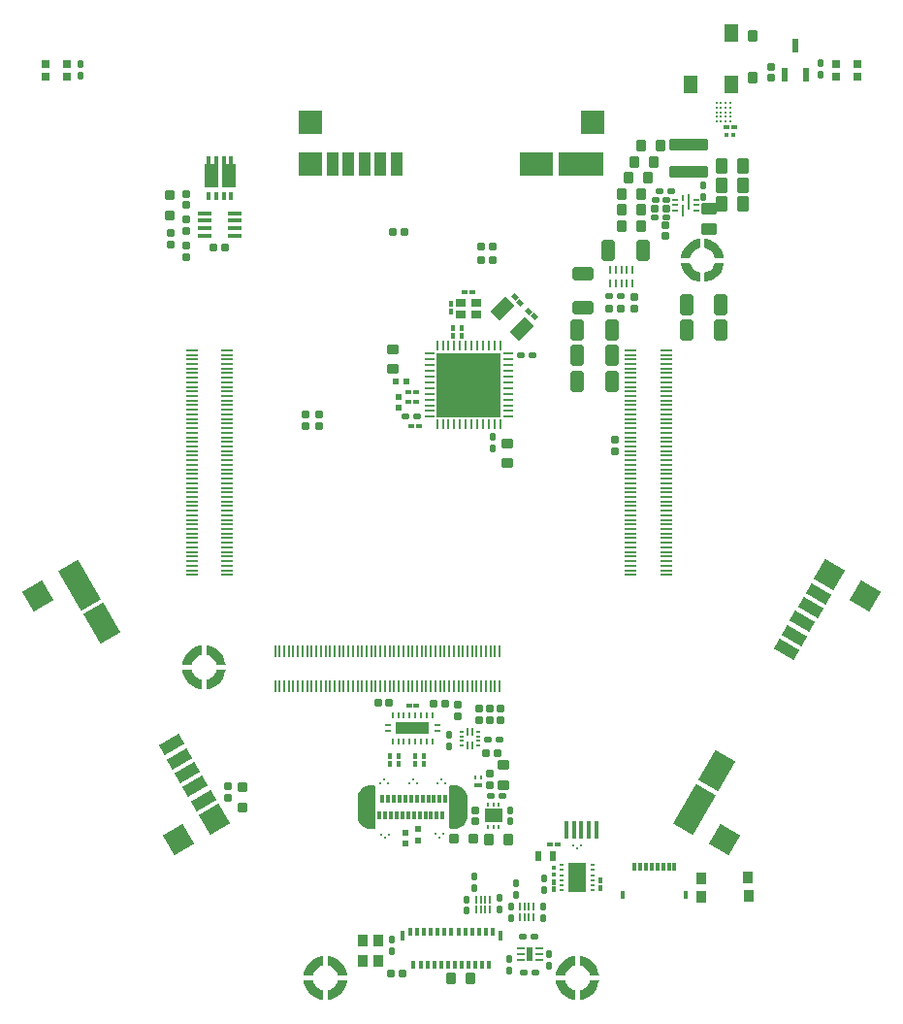
<source format=gtp>
G04*
G04 #@! TF.GenerationSoftware,Altium Limited,Altium Designer,21.2.2 (38)*
G04*
G04 Layer_Color=8421504*
%FSLAX25Y25*%
%MOIN*%
G70*
G04*
G04 #@! TF.SameCoordinates,0FD90602-BBB3-4F14-90EE-D32430874176*
G04*
G04*
G04 #@! TF.FilePolarity,Positive*
G04*
G01*
G75*
G04:AMPARAMS|DCode=27|XSize=23.62mil|YSize=23.62mil|CornerRadius=2.36mil|HoleSize=0mil|Usage=FLASHONLY|Rotation=270.000|XOffset=0mil|YOffset=0mil|HoleType=Round|Shape=RoundedRectangle|*
%AMROUNDEDRECTD27*
21,1,0.02362,0.01890,0,0,270.0*
21,1,0.01890,0.02362,0,0,270.0*
1,1,0.00472,-0.00945,-0.00945*
1,1,0.00472,-0.00945,0.00945*
1,1,0.00472,0.00945,0.00945*
1,1,0.00472,0.00945,-0.00945*
%
%ADD27ROUNDEDRECTD27*%
%ADD28R,0.04331X0.00787*%
%ADD29R,0.00787X0.04331*%
%ADD30R,0.01181X0.02953*%
%ADD31R,0.00984X0.01575*%
%ADD32R,0.02756X0.01575*%
G04:AMPARAMS|DCode=33|XSize=55.12mil|YSize=39.37mil|CornerRadius=4.92mil|HoleSize=0mil|Usage=FLASHONLY|Rotation=90.000|XOffset=0mil|YOffset=0mil|HoleType=Round|Shape=RoundedRectangle|*
%AMROUNDEDRECTD33*
21,1,0.05512,0.02953,0,0,90.0*
21,1,0.04528,0.03937,0,0,90.0*
1,1,0.00984,0.01476,0.02264*
1,1,0.00984,0.01476,-0.02264*
1,1,0.00984,-0.01476,-0.02264*
1,1,0.00984,-0.01476,0.02264*
%
%ADD33ROUNDEDRECTD33*%
%ADD34R,0.01575X0.01378*%
%ADD35R,0.01890X0.01654*%
%ADD36C,0.00906*%
G04:AMPARAMS|DCode=37|XSize=39.37mil|YSize=35.43mil|CornerRadius=4.43mil|HoleSize=0mil|Usage=FLASHONLY|Rotation=270.000|XOffset=0mil|YOffset=0mil|HoleType=Round|Shape=RoundedRectangle|*
%AMROUNDEDRECTD37*
21,1,0.03937,0.02657,0,0,270.0*
21,1,0.03051,0.03543,0,0,270.0*
1,1,0.00886,-0.01329,-0.01526*
1,1,0.00886,-0.01329,0.01526*
1,1,0.00886,0.01329,0.01526*
1,1,0.00886,0.01329,-0.01526*
%
%ADD37ROUNDEDRECTD37*%
G04:AMPARAMS|DCode=38|XSize=19.68mil|YSize=23.62mil|CornerRadius=1.97mil|HoleSize=0mil|Usage=FLASHONLY|Rotation=90.000|XOffset=0mil|YOffset=0mil|HoleType=Round|Shape=RoundedRectangle|*
%AMROUNDEDRECTD38*
21,1,0.01968,0.01968,0,0,90.0*
21,1,0.01575,0.02362,0,0,90.0*
1,1,0.00394,0.00984,0.00787*
1,1,0.00394,0.00984,-0.00787*
1,1,0.00394,-0.00984,-0.00787*
1,1,0.00394,-0.00984,0.00787*
%
%ADD38ROUNDEDRECTD38*%
G04:AMPARAMS|DCode=39|XSize=39.37mil|YSize=133.86mil|CornerRadius=5.91mil|HoleSize=0mil|Usage=FLASHONLY|Rotation=90.000|XOffset=0mil|YOffset=0mil|HoleType=Round|Shape=RoundedRectangle|*
%AMROUNDEDRECTD39*
21,1,0.03937,0.12205,0,0,90.0*
21,1,0.02756,0.13386,0,0,90.0*
1,1,0.01181,0.06102,0.01378*
1,1,0.01181,0.06102,-0.01378*
1,1,0.01181,-0.06102,-0.01378*
1,1,0.01181,-0.06102,0.01378*
%
%ADD39ROUNDEDRECTD39*%
G04:AMPARAMS|DCode=40|XSize=21.65mil|YSize=9.84mil|CornerRadius=1.48mil|HoleSize=0mil|Usage=FLASHONLY|Rotation=0.000|XOffset=0mil|YOffset=0mil|HoleType=Round|Shape=RoundedRectangle|*
%AMROUNDEDRECTD40*
21,1,0.02165,0.00689,0,0,0.0*
21,1,0.01870,0.00984,0,0,0.0*
1,1,0.00295,0.00935,-0.00345*
1,1,0.00295,-0.00935,-0.00345*
1,1,0.00295,-0.00935,0.00345*
1,1,0.00295,0.00935,0.00345*
%
%ADD40ROUNDEDRECTD40*%
G04:AMPARAMS|DCode=41|XSize=9.84mil|YSize=21.65mil|CornerRadius=1.48mil|HoleSize=0mil|Usage=FLASHONLY|Rotation=0.000|XOffset=0mil|YOffset=0mil|HoleType=Round|Shape=RoundedRectangle|*
%AMROUNDEDRECTD41*
21,1,0.00984,0.01870,0,0,0.0*
21,1,0.00689,0.02165,0,0,0.0*
1,1,0.00295,0.00345,-0.00935*
1,1,0.00295,-0.00345,-0.00935*
1,1,0.00295,-0.00345,0.00935*
1,1,0.00295,0.00345,0.00935*
%
%ADD41ROUNDEDRECTD41*%
G04:AMPARAMS|DCode=42|XSize=9.84mil|YSize=51.18mil|CornerRadius=1.48mil|HoleSize=0mil|Usage=FLASHONLY|Rotation=0.000|XOffset=0mil|YOffset=0mil|HoleType=Round|Shape=RoundedRectangle|*
%AMROUNDEDRECTD42*
21,1,0.00984,0.04823,0,0,0.0*
21,1,0.00689,0.05118,0,0,0.0*
1,1,0.00295,0.00345,-0.02411*
1,1,0.00295,-0.00345,-0.02411*
1,1,0.00295,-0.00345,0.02411*
1,1,0.00295,0.00345,0.02411*
%
%ADD42ROUNDEDRECTD42*%
G04:AMPARAMS|DCode=43|XSize=9.84mil|YSize=39.37mil|CornerRadius=1.48mil|HoleSize=0mil|Usage=FLASHONLY|Rotation=0.000|XOffset=0mil|YOffset=0mil|HoleType=Round|Shape=RoundedRectangle|*
%AMROUNDEDRECTD43*
21,1,0.00984,0.03642,0,0,0.0*
21,1,0.00689,0.03937,0,0,0.0*
1,1,0.00295,0.00345,-0.01821*
1,1,0.00295,-0.00345,-0.01821*
1,1,0.00295,-0.00345,0.01821*
1,1,0.00295,0.00345,0.01821*
%
%ADD43ROUNDEDRECTD43*%
G04:AMPARAMS|DCode=44|XSize=19.68mil|YSize=23.62mil|CornerRadius=1.97mil|HoleSize=0mil|Usage=FLASHONLY|Rotation=180.000|XOffset=0mil|YOffset=0mil|HoleType=Round|Shape=RoundedRectangle|*
%AMROUNDEDRECTD44*
21,1,0.01968,0.01968,0,0,180.0*
21,1,0.01575,0.02362,0,0,180.0*
1,1,0.00394,-0.00787,0.00984*
1,1,0.00394,0.00787,0.00984*
1,1,0.00394,0.00787,-0.00984*
1,1,0.00394,-0.00787,-0.00984*
%
%ADD44ROUNDEDRECTD44*%
G04:AMPARAMS|DCode=45|XSize=23.62mil|YSize=23.62mil|CornerRadius=2.36mil|HoleSize=0mil|Usage=FLASHONLY|Rotation=180.000|XOffset=0mil|YOffset=0mil|HoleType=Round|Shape=RoundedRectangle|*
%AMROUNDEDRECTD45*
21,1,0.02362,0.01890,0,0,180.0*
21,1,0.01890,0.02362,0,0,180.0*
1,1,0.00472,-0.00945,0.00945*
1,1,0.00472,0.00945,0.00945*
1,1,0.00472,0.00945,-0.00945*
1,1,0.00472,-0.00945,-0.00945*
%
%ADD45ROUNDEDRECTD45*%
G04:AMPARAMS|DCode=46|XSize=7.87mil|YSize=27.56mil|CornerRadius=1.18mil|HoleSize=0mil|Usage=FLASHONLY|Rotation=180.000|XOffset=0mil|YOffset=0mil|HoleType=Round|Shape=RoundedRectangle|*
%AMROUNDEDRECTD46*
21,1,0.00787,0.02520,0,0,180.0*
21,1,0.00551,0.02756,0,0,180.0*
1,1,0.00236,-0.00276,0.01260*
1,1,0.00236,0.00276,0.01260*
1,1,0.00236,0.00276,-0.01260*
1,1,0.00236,-0.00276,-0.01260*
%
%ADD46ROUNDEDRECTD46*%
G04:AMPARAMS|DCode=47|XSize=31.5mil|YSize=31.5mil|CornerRadius=3.94mil|HoleSize=0mil|Usage=FLASHONLY|Rotation=270.000|XOffset=0mil|YOffset=0mil|HoleType=Round|Shape=RoundedRectangle|*
%AMROUNDEDRECTD47*
21,1,0.03150,0.02362,0,0,270.0*
21,1,0.02362,0.03150,0,0,270.0*
1,1,0.00787,-0.01181,-0.01181*
1,1,0.00787,-0.01181,0.01181*
1,1,0.00787,0.01181,0.01181*
1,1,0.00787,0.01181,-0.01181*
%
%ADD47ROUNDEDRECTD47*%
%ADD48R,0.02165X0.03543*%
%ADD49R,0.01575X0.00984*%
%ADD50R,0.06299X0.09843*%
%ADD51R,0.01654X0.01890*%
%ADD52R,0.01378X0.01575*%
%ADD53R,0.00787X0.00787*%
G04:AMPARAMS|DCode=54|XSize=39.37mil|YSize=78.74mil|CornerRadius=0mil|HoleSize=0mil|Usage=FLASHONLY|Rotation=240.000|XOffset=0mil|YOffset=0mil|HoleType=Round|Shape=Rectangle|*
%AMROTATEDRECTD54*
4,1,4,-0.02425,0.03673,0.04394,-0.00264,0.02425,-0.03673,-0.04394,0.00264,-0.02425,0.03673,0.0*
%
%ADD54ROTATEDRECTD54*%

%ADD55P,0.11136X4X285.0*%
G04:AMPARAMS|DCode=56|XSize=118.11mil|YSize=78.74mil|CornerRadius=0mil|HoleSize=0mil|Usage=FLASHONLY|Rotation=240.000|XOffset=0mil|YOffset=0mil|HoleType=Round|Shape=Rectangle|*
%AMROTATEDRECTD56*
4,1,4,-0.00457,0.07083,0.06362,0.03146,0.00457,-0.07083,-0.06362,-0.03146,-0.00457,0.07083,0.0*
%
%ADD56ROTATEDRECTD56*%

G04:AMPARAMS|DCode=57|XSize=157.48mil|YSize=78.74mil|CornerRadius=0mil|HoleSize=0mil|Usage=FLASHONLY|Rotation=240.000|XOffset=0mil|YOffset=0mil|HoleType=Round|Shape=Rectangle|*
%AMROTATEDRECTD57*
4,1,4,0.00528,0.08788,0.07347,0.04851,-0.00528,-0.08788,-0.07347,-0.04851,0.00528,0.08788,0.0*
%
%ADD57ROTATEDRECTD57*%

G04:AMPARAMS|DCode=58|XSize=43.31mil|YSize=74.8mil|CornerRadius=0mil|HoleSize=0mil|Usage=FLASHONLY|Rotation=315.000|XOffset=0mil|YOffset=0mil|HoleType=Round|Shape=Rectangle|*
%AMROTATEDRECTD58*
4,1,4,-0.04176,-0.01114,0.01114,0.04176,0.04176,0.01114,-0.01114,-0.04176,-0.04176,-0.01114,0.0*
%
%ADD58ROTATEDRECTD58*%

%ADD59R,0.01181X0.03150*%
%ADD60R,0.01575X0.03150*%
%ADD61R,0.01772X0.05906*%
G04:AMPARAMS|DCode=62|XSize=39.37mil|YSize=35.43mil|CornerRadius=0mil|HoleSize=0mil|Usage=FLASHONLY|Rotation=91.000|XOffset=0mil|YOffset=0mil|HoleType=Round|Shape=Rectangle|*
%AMROTATEDRECTD62*
4,1,4,0.01806,-0.01937,-0.01737,-0.01999,-0.01806,0.01937,0.01737,0.01999,0.01806,-0.01937,0.0*
%
%ADD62ROTATEDRECTD62*%

%ADD63R,0.02323X0.02441*%
%ADD64R,0.22047X0.22047*%
%ADD65O,0.03347X0.00984*%
%ADD66O,0.00984X0.03347*%
G04:AMPARAMS|DCode=67|XSize=39.37mil|YSize=35.43mil|CornerRadius=4.43mil|HoleSize=0mil|Usage=FLASHONLY|Rotation=180.000|XOffset=0mil|YOffset=0mil|HoleType=Round|Shape=RoundedRectangle|*
%AMROUNDEDRECTD67*
21,1,0.03937,0.02657,0,0,180.0*
21,1,0.03051,0.03543,0,0,180.0*
1,1,0.00886,-0.01526,0.01329*
1,1,0.00886,0.01526,0.01329*
1,1,0.00886,0.01526,-0.01329*
1,1,0.00886,-0.01526,-0.01329*
%
%ADD67ROUNDEDRECTD67*%
%ADD68R,0.03347X0.02953*%
G04:AMPARAMS|DCode=69|XSize=16.54mil|YSize=18.9mil|CornerRadius=0mil|HoleSize=0mil|Usage=FLASHONLY|Rotation=45.000|XOffset=0mil|YOffset=0mil|HoleType=Round|Shape=Rectangle|*
%AMROTATEDRECTD69*
4,1,4,0.00084,-0.01253,-0.01253,0.00084,-0.00084,0.01253,0.01253,-0.00084,0.00084,-0.01253,0.0*
%
%ADD69ROTATEDRECTD69*%

%ADD70R,0.02441X0.02323*%
G04:AMPARAMS|DCode=71|XSize=70.87mil|YSize=45.28mil|CornerRadius=5.66mil|HoleSize=0mil|Usage=FLASHONLY|Rotation=270.000|XOffset=0mil|YOffset=0mil|HoleType=Round|Shape=RoundedRectangle|*
%AMROUNDEDRECTD71*
21,1,0.07087,0.03396,0,0,270.0*
21,1,0.05955,0.04528,0,0,270.0*
1,1,0.01132,-0.01698,-0.02977*
1,1,0.01132,-0.01698,0.02977*
1,1,0.01132,0.01698,0.02977*
1,1,0.01132,0.01698,-0.02977*
%
%ADD71ROUNDEDRECTD71*%
%ADD72R,0.01181X0.02559*%
%ADD73R,0.01575X0.03740*%
%ADD74R,0.03543X0.04331*%
%ADD75R,0.01968X0.04961*%
%ADD76R,0.02756X0.00984*%
G04:AMPARAMS|DCode=77|XSize=55.12mil|YSize=39.37mil|CornerRadius=4.92mil|HoleSize=0mil|Usage=FLASHONLY|Rotation=0.000|XOffset=0mil|YOffset=0mil|HoleType=Round|Shape=RoundedRectangle|*
%AMROUNDEDRECTD77*
21,1,0.05512,0.02953,0,0,0.0*
21,1,0.04528,0.03937,0,0,0.0*
1,1,0.00984,0.02264,-0.01476*
1,1,0.00984,-0.02264,-0.01476*
1,1,0.00984,-0.02264,0.01476*
1,1,0.00984,0.02264,0.01476*
%
%ADD77ROUNDEDRECTD77*%
%ADD78R,0.02756X0.02756*%
%ADD79R,0.05118X0.05906*%
G04:AMPARAMS|DCode=80|XSize=31.5mil|YSize=31.5mil|CornerRadius=3.94mil|HoleSize=0mil|Usage=FLASHONLY|Rotation=0.000|XOffset=0mil|YOffset=0mil|HoleType=Round|Shape=RoundedRectangle|*
%AMROUNDEDRECTD80*
21,1,0.03150,0.02362,0,0,0.0*
21,1,0.02362,0.03150,0,0,0.0*
1,1,0.00787,0.01181,-0.01181*
1,1,0.00787,-0.01181,-0.01181*
1,1,0.00787,-0.01181,0.01181*
1,1,0.00787,0.01181,0.01181*
%
%ADD80ROUNDEDRECTD80*%
%ADD81R,0.06299X0.04724*%
%ADD82R,0.00984X0.01378*%
%ADD83R,0.01181X0.02756*%
%ADD84R,0.04646X0.08228*%
%ADD85O,0.04803X0.01575*%
%ADD86R,0.04803X0.01575*%
%ADD87R,0.01968X0.02362*%
%ADD88R,0.11811X0.03937*%
%ADD89R,0.02362X0.00984*%
%ADD90R,0.00984X0.02362*%
%ADD91R,0.00866X0.02756*%
%ADD92R,0.01772X0.00866*%
G04:AMPARAMS|DCode=93|XSize=39.37mil|YSize=78.74mil|CornerRadius=0mil|HoleSize=0mil|Usage=FLASHONLY|Rotation=120.000|XOffset=0mil|YOffset=0mil|HoleType=Round|Shape=Rectangle|*
%AMROTATEDRECTD93*
4,1,4,0.04394,0.00264,-0.02425,-0.03673,-0.04394,-0.00264,0.02425,0.03673,0.04394,0.00264,0.0*
%
%ADD93ROTATEDRECTD93*%

%ADD94R,0.03937X0.07874*%
%ADD95R,0.07874X0.07874*%
%ADD96R,0.11811X0.07874*%
%ADD97R,0.15748X0.07874*%
%ADD98P,0.11136X4X165.0*%
G04:AMPARAMS|DCode=99|XSize=118.11mil|YSize=78.74mil|CornerRadius=0mil|HoleSize=0mil|Usage=FLASHONLY|Rotation=120.000|XOffset=0mil|YOffset=0mil|HoleType=Round|Shape=Rectangle|*
%AMROTATEDRECTD99*
4,1,4,0.06362,-0.03146,-0.00457,-0.07083,-0.06362,0.03146,0.00457,0.07083,0.06362,-0.03146,0.0*
%
%ADD99ROTATEDRECTD99*%

G04:AMPARAMS|DCode=100|XSize=157.48mil|YSize=78.74mil|CornerRadius=0mil|HoleSize=0mil|Usage=FLASHONLY|Rotation=120.000|XOffset=0mil|YOffset=0mil|HoleType=Round|Shape=Rectangle|*
%AMROTATEDRECTD100*
4,1,4,0.07347,-0.04851,0.00528,-0.08788,-0.07347,0.04851,-0.00528,0.08788,0.07347,-0.04851,0.0*
%
%ADD100ROTATEDRECTD100*%

%ADD101R,0.00984X0.02559*%
G04:AMPARAMS|DCode=102|XSize=70.87mil|YSize=45.28mil|CornerRadius=5.66mil|HoleSize=0mil|Usage=FLASHONLY|Rotation=0.000|XOffset=0mil|YOffset=0mil|HoleType=Round|Shape=RoundedRectangle|*
%AMROUNDEDRECTD102*
21,1,0.07087,0.03396,0,0,0.0*
21,1,0.05955,0.04528,0,0,0.0*
1,1,0.01132,0.02977,-0.01698*
1,1,0.01132,-0.02977,-0.01698*
1,1,0.01132,-0.02977,0.01698*
1,1,0.01132,0.02977,0.01698*
%
%ADD102ROUNDEDRECTD102*%
G04:AMPARAMS|DCode=103|XSize=31.5mil|YSize=39.37mil|CornerRadius=3.94mil|HoleSize=0mil|Usage=FLASHONLY|Rotation=0.000|XOffset=0mil|YOffset=0mil|HoleType=Round|Shape=RoundedRectangle|*
%AMROUNDEDRECTD103*
21,1,0.03150,0.03150,0,0,0.0*
21,1,0.02362,0.03937,0,0,0.0*
1,1,0.00787,0.01181,-0.01575*
1,1,0.00787,-0.01181,-0.01575*
1,1,0.00787,-0.01181,0.01575*
1,1,0.00787,0.01181,0.01575*
%
%ADD103ROUNDEDRECTD103*%
%ADD104R,0.02362X0.04724*%
%ADD107R,0.01181X0.02756*%
G36*
X266535Y258589D02*
X265905Y258423D01*
X264755Y257818D01*
X263836Y256899D01*
X263231Y255749D01*
X263065Y255119D01*
X263065D01*
Y255118D01*
X259884D01*
X259951Y255752D01*
X260298Y256979D01*
X260847Y258129D01*
X261583Y259170D01*
X262484Y260071D01*
X263525Y260807D01*
X264675Y261356D01*
X265902Y261702D01*
X266535Y261770D01*
X266535D01*
Y258589D01*
D02*
G37*
G36*
X268744Y261702D02*
X269971Y261356D01*
X271121Y260807D01*
X272162Y260071D01*
X273063Y259170D01*
X273799Y258129D01*
X274348Y256979D01*
X274694Y255752D01*
X274762Y255118D01*
X271581Y255118D01*
X271415Y255748D01*
X270810Y256898D01*
X269892Y257818D01*
X268741Y258423D01*
X268111Y258589D01*
X268110D01*
Y261770D01*
X268744Y261702D01*
D02*
G37*
G36*
X274762Y253543D02*
X274694Y252910D01*
X274348Y251683D01*
X273799Y250533D01*
X273063Y249492D01*
X272162Y248591D01*
X271121Y247855D01*
X269971Y247306D01*
X268744Y246959D01*
X268110Y246892D01*
Y246892D01*
X268110Y250072D01*
X268740Y250239D01*
X269890Y250843D01*
X270810Y251762D01*
X271415Y252912D01*
X271581Y253542D01*
Y253542D01*
Y253543D01*
X274762Y253543D01*
D02*
G37*
G36*
X263231Y252913D02*
X263835Y251763D01*
X264754Y250844D01*
X265904Y250239D01*
X266534Y250073D01*
X266534Y250073D01*
X266535D01*
X266535Y246892D01*
X265902Y246959D01*
X264675Y247306D01*
X263525Y247855D01*
X262484Y248591D01*
X261583Y249492D01*
X260847Y250533D01*
X260298Y251683D01*
X259951Y252910D01*
X259884Y253543D01*
X259884Y253543D01*
X263064D01*
X263231Y252913D01*
D02*
G37*
G36*
X95276Y118826D02*
X94646Y118659D01*
X93495Y118054D01*
X92576Y117136D01*
X91971Y115986D01*
X91805Y115356D01*
X91805D01*
Y115355D01*
X88624D01*
X88691Y115988D01*
X89038Y117215D01*
X89587Y118365D01*
X90323Y119406D01*
X91224Y120307D01*
X92265Y121043D01*
X93415Y121592D01*
X94642Y121939D01*
X95276Y122006D01*
X95276D01*
Y118826D01*
D02*
G37*
G36*
X97484Y121939D02*
X98711Y121592D01*
X99861Y121043D01*
X100902Y120307D01*
X101803Y119406D01*
X102539Y118365D01*
X103088Y117215D01*
X103435Y115988D01*
X103502Y115355D01*
X100322Y115355D01*
X100155Y115984D01*
X99550Y117135D01*
X98632Y118054D01*
X97482Y118659D01*
X96852Y118825D01*
X96850D01*
Y122006D01*
X97484Y121939D01*
D02*
G37*
G36*
X103502Y113780D02*
X103435Y113146D01*
X103088Y111919D01*
X102539Y110769D01*
X101803Y109728D01*
X100902Y108827D01*
X99861Y108091D01*
X98711Y107542D01*
X97484Y107195D01*
X96850Y107128D01*
Y107128D01*
X96850Y110309D01*
X97480Y110475D01*
X98631Y111080D01*
X99550Y111998D01*
X100155Y113148D01*
X100321Y113778D01*
Y113778D01*
Y113780D01*
X103502Y113780D01*
D02*
G37*
G36*
X91971Y113150D02*
X92576Y111999D01*
X93494Y111080D01*
X94644Y110475D01*
X95275Y110309D01*
X95275Y110309D01*
X95276D01*
X95276Y107128D01*
X94642Y107195D01*
X93415Y107542D01*
X92265Y108091D01*
X91224Y108827D01*
X90323Y109728D01*
X89587Y110769D01*
X89038Y111919D01*
X88691Y113146D01*
X88624Y113780D01*
X88624Y113780D01*
X91804D01*
X91971Y113150D01*
D02*
G37*
G36*
X154626Y73922D02*
X154704Y73921D01*
X154849Y73861D01*
X154960Y73751D01*
X155020Y73606D01*
X155020Y73528D01*
X155020Y59551D01*
X155020Y59551D01*
X155020Y59473D01*
X154960Y59328D01*
X154849Y59217D01*
X154704Y59157D01*
X154626Y59157D01*
X152855Y59158D01*
Y59158D01*
X152467Y59158D01*
X151706Y59309D01*
X150990Y59605D01*
X150345Y60036D01*
X149796Y60585D01*
X149365Y61230D01*
X149069Y61946D01*
X148917Y62707D01*
Y63095D01*
X148917Y69984D01*
X148917Y69984D01*
X148917Y70372D01*
X149068Y71132D01*
X149365Y71849D01*
X149796Y72494D01*
X150344Y73042D01*
X150989Y73473D01*
X151706Y73770D01*
X152466Y73921D01*
X152854Y73921D01*
X154626Y73922D01*
X154626Y73922D01*
D02*
G37*
G36*
X180807Y73921D02*
X182480Y73921D01*
X182480Y73921D01*
X182878Y73921D01*
X183657Y73766D01*
X184392Y73462D01*
X185053Y73021D01*
X185615Y72459D01*
X186057Y71798D01*
X186361Y71063D01*
X186516Y70283D01*
X186516Y69886D01*
X186516Y63094D01*
X186516Y63094D01*
X186516Y62707D01*
X186364Y61946D01*
X186067Y61230D01*
X185637Y60585D01*
X185089Y60037D01*
X184444Y59606D01*
X183728Y59309D01*
X182967Y59158D01*
X182579Y59157D01*
X180807Y59157D01*
X180807Y59157D01*
X180728Y59157D01*
X180584Y59217D01*
X180473Y59328D01*
X180413Y59473D01*
Y59551D01*
X180413Y73528D01*
X180413Y73606D01*
X180473Y73751D01*
X180584Y73861D01*
X180729Y73921D01*
X180807Y73921D01*
D02*
G37*
G36*
X223622Y12133D02*
X222992Y11966D01*
X221842Y11361D01*
X220923Y10443D01*
X220318Y9292D01*
X220151Y8663D01*
X220151D01*
Y8661D01*
X216971D01*
X217038Y9295D01*
X217385Y10522D01*
X217934Y11672D01*
X218670Y12713D01*
X219571Y13614D01*
X220612Y14350D01*
X221762Y14899D01*
X222988Y15246D01*
X223622Y15313D01*
X223622D01*
Y12133D01*
D02*
G37*
G36*
X137008D02*
X136378Y11966D01*
X135228Y11361D01*
X134309Y10443D01*
X133703Y9292D01*
X133537Y8663D01*
X133537D01*
Y8661D01*
X130357D01*
X130424Y9295D01*
X130770Y10522D01*
X131319Y11672D01*
X132055Y12713D01*
X132957Y13614D01*
X133997Y14350D01*
X135148Y14899D01*
X136374Y15246D01*
X137008Y15313D01*
X137008D01*
Y12133D01*
D02*
G37*
G36*
X225831Y15246D02*
X227057Y14899D01*
X228207Y14350D01*
X229248Y13614D01*
X230150Y12713D01*
X230885Y11672D01*
X231434Y10522D01*
X231781Y9295D01*
X231848Y8661D01*
X228668Y8661D01*
X228502Y9291D01*
X227897Y10442D01*
X226978Y11361D01*
X225828Y11966D01*
X225198Y12132D01*
X225197D01*
Y15313D01*
X225831Y15246D01*
D02*
G37*
G36*
X139216D02*
X140443Y14899D01*
X141593Y14350D01*
X142634Y13614D01*
X143535Y12713D01*
X144271Y11672D01*
X144820Y10522D01*
X145167Y9295D01*
X145234Y8661D01*
X142054Y8661D01*
X141887Y9291D01*
X141283Y10442D01*
X140364Y11361D01*
X139214Y11966D01*
X138584Y12132D01*
X138583D01*
Y15313D01*
X139216Y15246D01*
D02*
G37*
G36*
X231848Y7087D02*
X231781Y6453D01*
X231434Y5226D01*
X230885Y4076D01*
X230150Y3035D01*
X229248Y2134D01*
X228207Y1398D01*
X227057Y849D01*
X225831Y502D01*
X225197Y435D01*
Y435D01*
X225197Y3616D01*
X225827Y3782D01*
X226977Y4387D01*
X227896Y5305D01*
X228501Y6455D01*
X228668Y7085D01*
Y7085D01*
Y7087D01*
X231848Y7087D01*
D02*
G37*
G36*
X220317Y6457D02*
X220922Y5306D01*
X221841Y4387D01*
X222991Y3782D01*
X223621Y3616D01*
X223621Y3616D01*
X223622D01*
X223622Y435D01*
X222988Y502D01*
X221762Y849D01*
X220612Y1398D01*
X219571Y2134D01*
X218670Y3035D01*
X217934Y4076D01*
X217385Y5226D01*
X217038Y6453D01*
X216971Y7087D01*
X216971Y7087D01*
X220151D01*
X220317Y6457D01*
D02*
G37*
G36*
X145234Y7087D02*
X145167Y6453D01*
X144820Y5226D01*
X144271Y4076D01*
X143535Y3035D01*
X142634Y2134D01*
X141593Y1398D01*
X140443Y849D01*
X139216Y502D01*
X138583Y435D01*
Y435D01*
X138583Y3616D01*
X139213Y3782D01*
X140363Y4387D01*
X141282Y5305D01*
X141887Y6455D01*
X142054Y7085D01*
Y7085D01*
Y7087D01*
X145234Y7087D01*
D02*
G37*
G36*
X133703Y6457D02*
X134308Y5306D01*
X135227Y4387D01*
X136377Y3782D01*
X137007Y3616D01*
X137007Y3616D01*
X137008D01*
X137008Y435D01*
X136374Y502D01*
X135148Y849D01*
X133997Y1398D01*
X132957Y2134D01*
X132055Y3035D01*
X131319Y4076D01*
X130770Y5226D01*
X130424Y6453D01*
X130357Y7087D01*
X130357Y7087D01*
X133537D01*
X133703Y6457D01*
D02*
G37*
%LPC*%
G36*
X180413Y73528D02*
Y73528D01*
D01*
Y73528D01*
D02*
G37*
%LPD*%
D27*
X155807Y102362D02*
D03*
X159744D02*
D03*
X254921Y272146D02*
D03*
X250984D02*
D03*
X196949Y85039D02*
D03*
X193012D02*
D03*
X160433Y9252D02*
D03*
X164370D02*
D03*
X175099Y102067D02*
D03*
X179035D02*
D03*
X195374Y258957D02*
D03*
X191437D02*
D03*
X195374Y254527D02*
D03*
X191437D02*
D03*
X103150Y258661D02*
D03*
X99213D02*
D03*
X235433Y237795D02*
D03*
X239370D02*
D03*
X164961Y264173D02*
D03*
X161024D02*
D03*
D28*
X103976Y215591D02*
D03*
Y214016D02*
D03*
Y210866D02*
D03*
Y212441D02*
D03*
Y206142D02*
D03*
Y204567D02*
D03*
Y207717D02*
D03*
Y209291D02*
D03*
Y199843D02*
D03*
Y198268D02*
D03*
Y201417D02*
D03*
Y202992D02*
D03*
Y193543D02*
D03*
Y191969D02*
D03*
Y195118D02*
D03*
Y196693D02*
D03*
Y187244D02*
D03*
Y185669D02*
D03*
Y188819D02*
D03*
Y190394D02*
D03*
Y180945D02*
D03*
Y179370D02*
D03*
Y182520D02*
D03*
Y184095D02*
D03*
Y177795D02*
D03*
X91851Y176221D02*
D03*
Y182520D02*
D03*
Y180945D02*
D03*
Y177795D02*
D03*
Y179370D02*
D03*
Y188819D02*
D03*
Y187244D02*
D03*
Y184095D02*
D03*
Y185669D02*
D03*
Y195118D02*
D03*
Y193543D02*
D03*
Y190394D02*
D03*
Y191969D02*
D03*
Y201417D02*
D03*
Y199843D02*
D03*
Y196693D02*
D03*
Y198268D02*
D03*
Y209291D02*
D03*
Y207717D02*
D03*
Y202992D02*
D03*
Y206142D02*
D03*
Y212441D02*
D03*
Y210866D02*
D03*
Y214016D02*
D03*
Y215591D02*
D03*
Y174646D02*
D03*
Y173071D02*
D03*
Y169921D02*
D03*
Y171496D02*
D03*
Y165197D02*
D03*
Y163622D02*
D03*
Y166772D02*
D03*
Y168347D02*
D03*
Y158898D02*
D03*
Y157323D02*
D03*
Y160473D02*
D03*
Y162047D02*
D03*
Y204567D02*
D03*
Y154173D02*
D03*
Y155748D02*
D03*
X103976Y157323D02*
D03*
Y155748D02*
D03*
Y154173D02*
D03*
Y163622D02*
D03*
Y162047D02*
D03*
Y158898D02*
D03*
Y160473D02*
D03*
Y169921D02*
D03*
Y168347D02*
D03*
Y165197D02*
D03*
Y166772D02*
D03*
Y173071D02*
D03*
Y171496D02*
D03*
Y174646D02*
D03*
Y176221D02*
D03*
X91851Y217165D02*
D03*
X103976D02*
D03*
Y152599D02*
D03*
X91851Y152599D02*
D03*
X103976Y218740D02*
D03*
X91851D02*
D03*
Y151024D02*
D03*
X103976Y151024D02*
D03*
X91851Y220315D02*
D03*
X103976D02*
D03*
Y149449D02*
D03*
X91851Y149449D02*
D03*
X103976Y223465D02*
D03*
X91851D02*
D03*
Y221890D02*
D03*
X103976D02*
D03*
X91851Y146299D02*
D03*
X103976Y146299D02*
D03*
Y147874D02*
D03*
X91851Y147874D02*
D03*
X254803Y215591D02*
D03*
Y214016D02*
D03*
Y210866D02*
D03*
Y212441D02*
D03*
Y206142D02*
D03*
Y204567D02*
D03*
Y207717D02*
D03*
Y209291D02*
D03*
Y199843D02*
D03*
Y198268D02*
D03*
Y201417D02*
D03*
Y202992D02*
D03*
Y193543D02*
D03*
Y191969D02*
D03*
Y195118D02*
D03*
Y196693D02*
D03*
Y187244D02*
D03*
Y185669D02*
D03*
Y188819D02*
D03*
Y190394D02*
D03*
Y180945D02*
D03*
Y179370D02*
D03*
Y182520D02*
D03*
Y184095D02*
D03*
Y177795D02*
D03*
X242677Y176221D02*
D03*
Y182520D02*
D03*
Y180945D02*
D03*
Y177795D02*
D03*
Y179370D02*
D03*
Y188819D02*
D03*
Y187244D02*
D03*
Y184095D02*
D03*
Y185669D02*
D03*
Y195118D02*
D03*
Y193543D02*
D03*
Y190394D02*
D03*
Y191969D02*
D03*
Y201417D02*
D03*
Y199843D02*
D03*
Y196693D02*
D03*
Y198268D02*
D03*
Y209291D02*
D03*
Y207717D02*
D03*
Y202992D02*
D03*
Y206142D02*
D03*
Y212441D02*
D03*
Y210866D02*
D03*
Y214016D02*
D03*
Y215591D02*
D03*
Y174646D02*
D03*
Y173071D02*
D03*
Y169921D02*
D03*
Y171496D02*
D03*
Y165197D02*
D03*
Y163622D02*
D03*
Y166772D02*
D03*
Y168347D02*
D03*
Y158898D02*
D03*
Y157323D02*
D03*
Y160473D02*
D03*
Y162047D02*
D03*
Y204567D02*
D03*
Y154173D02*
D03*
Y155748D02*
D03*
X254803Y157323D02*
D03*
Y155748D02*
D03*
Y154173D02*
D03*
Y163622D02*
D03*
Y162047D02*
D03*
Y158898D02*
D03*
Y160473D02*
D03*
Y169921D02*
D03*
Y168347D02*
D03*
Y165197D02*
D03*
Y166772D02*
D03*
Y173071D02*
D03*
Y171496D02*
D03*
Y174646D02*
D03*
Y176221D02*
D03*
X242677Y217165D02*
D03*
X254803D02*
D03*
Y152599D02*
D03*
X242677Y152599D02*
D03*
X254803Y218740D02*
D03*
X242677D02*
D03*
Y151024D02*
D03*
X254803Y151024D02*
D03*
X242677Y220315D02*
D03*
X254803D02*
D03*
Y149449D02*
D03*
X242677Y149449D02*
D03*
X254803Y223465D02*
D03*
X242677D02*
D03*
Y221890D02*
D03*
X254803D02*
D03*
X242677Y146299D02*
D03*
X254803Y146299D02*
D03*
Y147874D02*
D03*
X242677Y147874D02*
D03*
D29*
X189764Y108071D02*
D03*
X188189D02*
D03*
X185039D02*
D03*
X186614D02*
D03*
X180315D02*
D03*
X178740D02*
D03*
X181890D02*
D03*
X183465D02*
D03*
X174016D02*
D03*
X172441D02*
D03*
X175591D02*
D03*
X177165D02*
D03*
X167717D02*
D03*
X166142D02*
D03*
X169291D02*
D03*
X170866D02*
D03*
X161417D02*
D03*
X159843D02*
D03*
X162992D02*
D03*
X164567D02*
D03*
X155118D02*
D03*
X153543D02*
D03*
X156693D02*
D03*
X158268D02*
D03*
X151969D02*
D03*
X150394Y120197D02*
D03*
X156693D02*
D03*
X155118D02*
D03*
X151969D02*
D03*
X153543D02*
D03*
X162992D02*
D03*
X161417D02*
D03*
X158268D02*
D03*
X159843D02*
D03*
X169291D02*
D03*
X167717D02*
D03*
X164567D02*
D03*
X166142D02*
D03*
X175591D02*
D03*
X174016D02*
D03*
X170866D02*
D03*
X172441D02*
D03*
X183465D02*
D03*
X181890D02*
D03*
X177165D02*
D03*
X180315D02*
D03*
X186614D02*
D03*
X185039D02*
D03*
X188189D02*
D03*
X189764D02*
D03*
X148819D02*
D03*
X147244D02*
D03*
X144095D02*
D03*
X145669D02*
D03*
X139370D02*
D03*
X137795D02*
D03*
X140945D02*
D03*
X142520D02*
D03*
X133071D02*
D03*
X131496D02*
D03*
X134646D02*
D03*
X136221D02*
D03*
X178740D02*
D03*
X128347D02*
D03*
X129921D02*
D03*
X131496Y108071D02*
D03*
X129921D02*
D03*
X128347D02*
D03*
X137795D02*
D03*
X136221D02*
D03*
X133071D02*
D03*
X134646D02*
D03*
X144095D02*
D03*
X142520D02*
D03*
X139370D02*
D03*
X140945D02*
D03*
X147244D02*
D03*
X145669D02*
D03*
X148819D02*
D03*
X150394D02*
D03*
X191339Y120197D02*
D03*
Y108071D02*
D03*
X126772D02*
D03*
X126772Y120197D02*
D03*
X192913Y108071D02*
D03*
Y120197D02*
D03*
X125197D02*
D03*
X125197Y108071D02*
D03*
X194488Y120197D02*
D03*
Y108071D02*
D03*
X123622D02*
D03*
X123622Y120197D02*
D03*
X197638Y108071D02*
D03*
Y120197D02*
D03*
X196063D02*
D03*
Y108071D02*
D03*
X120473Y120197D02*
D03*
X120473Y108071D02*
D03*
X122047D02*
D03*
X122047Y120197D02*
D03*
D30*
X157382Y69512D02*
D03*
X159350D02*
D03*
X161319D02*
D03*
X163287D02*
D03*
X165256D02*
D03*
X167225D02*
D03*
X169193D02*
D03*
X171161D02*
D03*
X173130D02*
D03*
X175099D02*
D03*
X177067D02*
D03*
X179035D02*
D03*
X178051Y63567D02*
D03*
X176083D02*
D03*
X174114D02*
D03*
X172146D02*
D03*
X170177D02*
D03*
X168209D02*
D03*
X166240D02*
D03*
X164272D02*
D03*
X162303D02*
D03*
X160335D02*
D03*
X158366D02*
D03*
X156398D02*
D03*
D31*
X191142Y76870D02*
D03*
X189370D02*
D03*
D32*
X190256Y74114D02*
D03*
D33*
X281201Y273622D02*
D03*
X274114D02*
D03*
X274114Y286614D02*
D03*
X281201D02*
D03*
X274114Y280118D02*
D03*
X281201D02*
D03*
D34*
X275689Y297539D02*
D03*
X278051D02*
D03*
D35*
X275689Y299902D02*
D03*
X278288D02*
D03*
X214941Y53740D02*
D03*
X217539D02*
D03*
X188307Y243504D02*
D03*
X185709D02*
D03*
X169016Y205807D02*
D03*
X166417D02*
D03*
X167225Y197353D02*
D03*
X169823D02*
D03*
X166417Y208957D02*
D03*
X169016D02*
D03*
X166516Y101378D02*
D03*
X169114D02*
D03*
D36*
X272146Y308366D02*
D03*
X273721D02*
D03*
X275295D02*
D03*
X276870D02*
D03*
X272146Y306791D02*
D03*
X273721D02*
D03*
X275295D02*
D03*
X276870D02*
D03*
X272146Y305217D02*
D03*
X273721D02*
D03*
X275295D02*
D03*
X276870D02*
D03*
X272146Y303642D02*
D03*
X273721D02*
D03*
X275295D02*
D03*
X276870D02*
D03*
X272146Y302067D02*
D03*
X273721D02*
D03*
X275295D02*
D03*
X276870D02*
D03*
D37*
X246260Y293701D02*
D03*
X252953D02*
D03*
X246260Y266142D02*
D03*
X239567D02*
D03*
X181004Y7579D02*
D03*
X187697D02*
D03*
X239567Y271654D02*
D03*
X246260D02*
D03*
X239567Y277165D02*
D03*
X246260D02*
D03*
X241929Y282677D02*
D03*
X248622D02*
D03*
X243898Y288189D02*
D03*
X250591D02*
D03*
X194095Y55315D02*
D03*
X200787D02*
D03*
D38*
X255118Y275197D02*
D03*
X251181D02*
D03*
X250984Y269193D02*
D03*
X254921D02*
D03*
X256496Y278150D02*
D03*
X252559D02*
D03*
X209055Y221654D02*
D03*
X205118D02*
D03*
X169291Y200787D02*
D03*
X165354D02*
D03*
X209842Y9843D02*
D03*
X205906D02*
D03*
X209646Y22047D02*
D03*
X205709D02*
D03*
X194685Y70374D02*
D03*
X198622D02*
D03*
X197638Y89567D02*
D03*
X193701D02*
D03*
X239370Y242126D02*
D03*
X235433D02*
D03*
D39*
X262598Y284631D02*
D03*
Y293962D02*
D03*
D40*
X257973Y271260D02*
D03*
Y273228D02*
D03*
Y275197D02*
D03*
X265256Y271260D02*
D03*
Y273228D02*
D03*
Y275197D02*
D03*
D41*
X260630Y275886D02*
D03*
D42*
X262598Y274409D02*
D03*
D43*
X260630Y271457D02*
D03*
D44*
X267461Y279943D02*
D03*
Y276006D02*
D03*
X213091Y38189D02*
D03*
Y42126D02*
D03*
X188878Y38780D02*
D03*
Y42717D02*
D03*
X186319Y30906D02*
D03*
Y34843D02*
D03*
X197638Y35236D02*
D03*
Y31299D02*
D03*
X195276Y189764D02*
D03*
Y193701D02*
D03*
X200984Y10531D02*
D03*
Y14469D02*
D03*
X160630Y17028D02*
D03*
Y20965D02*
D03*
X212598Y28543D02*
D03*
Y32480D02*
D03*
X203445Y40453D02*
D03*
Y36516D02*
D03*
X201476Y32382D02*
D03*
Y28445D02*
D03*
X214567Y12205D02*
D03*
Y16142D02*
D03*
X201181Y61614D02*
D03*
Y65551D02*
D03*
X307854Y321949D02*
D03*
Y318012D02*
D03*
X53543Y321654D02*
D03*
Y317717D02*
D03*
X180217Y91240D02*
D03*
Y87303D02*
D03*
D45*
X254724Y262598D02*
D03*
Y266535D02*
D03*
X190551Y96358D02*
D03*
Y100295D02*
D03*
X135630Y197343D02*
D03*
Y201279D02*
D03*
X130807Y201279D02*
D03*
Y197343D02*
D03*
X84646Y259842D02*
D03*
Y263779D02*
D03*
X194291Y78150D02*
D03*
Y74213D02*
D03*
X189370Y65551D02*
D03*
Y61614D02*
D03*
X89862Y255413D02*
D03*
Y259350D02*
D03*
X89961Y264370D02*
D03*
Y268307D02*
D03*
X89862Y273228D02*
D03*
Y277165D02*
D03*
X197835Y100295D02*
D03*
Y96358D02*
D03*
X183366Y97736D02*
D03*
Y101673D02*
D03*
X194390Y96358D02*
D03*
Y100295D02*
D03*
X104331Y69882D02*
D03*
Y73819D02*
D03*
X244094Y237795D02*
D03*
Y241732D02*
D03*
X290945Y316929D02*
D03*
Y320866D02*
D03*
X237402Y192618D02*
D03*
Y188681D02*
D03*
D46*
X209350Y32283D02*
D03*
X207776D02*
D03*
X206201D02*
D03*
X204626D02*
D03*
X209350Y28740D02*
D03*
X207776D02*
D03*
X206201D02*
D03*
X204626D02*
D03*
X194291Y34843D02*
D03*
X192717D02*
D03*
X191142D02*
D03*
X189567D02*
D03*
X194291Y31299D02*
D03*
X192717D02*
D03*
X191142D02*
D03*
X189567D02*
D03*
D47*
X109154Y73228D02*
D03*
Y66535D02*
D03*
X84252Y269882D02*
D03*
Y276575D02*
D03*
D48*
X215945Y49803D02*
D03*
X211024D02*
D03*
D49*
X218996Y46752D02*
D03*
Y44980D02*
D03*
Y43209D02*
D03*
Y41437D02*
D03*
Y39665D02*
D03*
Y37894D02*
D03*
X229626D02*
D03*
Y39665D02*
D03*
Y41437D02*
D03*
Y43209D02*
D03*
Y44980D02*
D03*
Y46752D02*
D03*
D50*
X224311Y42323D02*
D03*
D51*
X216240Y38268D02*
D03*
Y40866D02*
D03*
X232185Y38661D02*
D03*
Y41260D02*
D03*
X184744Y228327D02*
D03*
Y230925D02*
D03*
X180807Y239390D02*
D03*
Y236791D02*
D03*
X181791Y230925D02*
D03*
Y228327D02*
D03*
X171654Y83976D02*
D03*
Y81378D02*
D03*
X168504Y83976D02*
D03*
Y81378D02*
D03*
X162992Y83976D02*
D03*
Y81378D02*
D03*
X159843Y83976D02*
D03*
Y81378D02*
D03*
D52*
X216240Y43504D02*
D03*
Y45866D02*
D03*
D53*
X222998Y53455D02*
D03*
X224337Y52274D02*
D03*
X225675Y53455D02*
D03*
X178307Y57406D02*
D03*
X176969Y56224D02*
D03*
X175630Y57406D02*
D03*
X169449Y74803D02*
D03*
X168110Y75984D02*
D03*
X166772Y74803D02*
D03*
X156634Y74803D02*
D03*
X157973Y75984D02*
D03*
X159311Y74803D02*
D03*
X179095Y74803D02*
D03*
X177756Y75984D02*
D03*
X176417Y74803D02*
D03*
X156929Y57209D02*
D03*
X158268Y56028D02*
D03*
X159606Y57209D02*
D03*
D54*
X299003Y125470D02*
D03*
X296247Y120696D02*
D03*
X304515Y135017D02*
D03*
X301759Y130243D02*
D03*
X307271Y139790D02*
D03*
D55*
X323285Y139181D02*
D03*
X311011Y146268D02*
D03*
X274860Y55307D02*
D03*
D56*
X272232Y79100D02*
D03*
D57*
X264554Y65803D02*
D03*
D58*
X198489Y237732D02*
D03*
X205448Y230772D02*
D03*
D59*
X243996Y46161D02*
D03*
X245965D02*
D03*
X247933D02*
D03*
X249902D02*
D03*
X251870D02*
D03*
X253839D02*
D03*
X255807D02*
D03*
X257776D02*
D03*
X195276Y23622D02*
D03*
X192913D02*
D03*
X190551D02*
D03*
X188189D02*
D03*
X185827D02*
D03*
X183465D02*
D03*
X181102D02*
D03*
X178740D02*
D03*
X176378D02*
D03*
X174016D02*
D03*
X171654D02*
D03*
X169291D02*
D03*
X166929D02*
D03*
D60*
X240059Y36319D02*
D03*
X261713Y36319D02*
D03*
D61*
X230807Y58760D02*
D03*
X228248D02*
D03*
X225689D02*
D03*
X223130D02*
D03*
X220571D02*
D03*
D62*
X283223Y35968D02*
D03*
X267084Y35686D02*
D03*
X283113Y42266D02*
D03*
X266974Y41985D02*
D03*
D63*
X161988Y212598D02*
D03*
X165571D02*
D03*
D64*
X187008Y211417D02*
D03*
D65*
X200492Y222244D02*
D03*
Y220276D02*
D03*
Y218307D02*
D03*
Y216339D02*
D03*
Y214370D02*
D03*
Y212402D02*
D03*
Y210433D02*
D03*
Y208465D02*
D03*
Y206496D02*
D03*
Y204528D02*
D03*
Y202559D02*
D03*
Y200591D02*
D03*
X173524D02*
D03*
Y202559D02*
D03*
Y204528D02*
D03*
Y206496D02*
D03*
Y208465D02*
D03*
Y210433D02*
D03*
Y212402D02*
D03*
Y214370D02*
D03*
Y216339D02*
D03*
Y218307D02*
D03*
Y220276D02*
D03*
Y222244D02*
D03*
D66*
X197835Y197933D02*
D03*
X195866D02*
D03*
X193898D02*
D03*
X191929D02*
D03*
X189961D02*
D03*
X187992D02*
D03*
X186024D02*
D03*
X184055D02*
D03*
X182087D02*
D03*
X180118D02*
D03*
X178150D02*
D03*
X176181D02*
D03*
Y224902D02*
D03*
X178150D02*
D03*
X180118D02*
D03*
X182087D02*
D03*
X184055D02*
D03*
X186024D02*
D03*
X187992D02*
D03*
X189961D02*
D03*
X191929D02*
D03*
X193898D02*
D03*
X195866D02*
D03*
X197835D02*
D03*
D67*
X160827Y223819D02*
D03*
Y217126D02*
D03*
X200295Y184646D02*
D03*
Y191339D02*
D03*
X198819Y74213D02*
D03*
Y80905D02*
D03*
D68*
X189665Y239862D02*
D03*
Y235728D02*
D03*
X184350D02*
D03*
Y239862D02*
D03*
D69*
X209580Y234908D02*
D03*
X207743Y236746D02*
D03*
X202887Y241601D02*
D03*
X204725Y239764D02*
D03*
D70*
X162992Y207303D02*
D03*
Y203720D02*
D03*
D71*
X236221Y212795D02*
D03*
X224410D02*
D03*
Y221654D02*
D03*
X236221D02*
D03*
X224410Y230315D02*
D03*
X236221D02*
D03*
X273622Y230315D02*
D03*
X261811D02*
D03*
X273622Y238976D02*
D03*
X261811D02*
D03*
X235039Y257874D02*
D03*
X246850D02*
D03*
D72*
X194095Y12303D02*
D03*
X191732D02*
D03*
X189370D02*
D03*
X187008D02*
D03*
X184646D02*
D03*
X182283D02*
D03*
X179921D02*
D03*
X177559D02*
D03*
X175197D02*
D03*
X172835D02*
D03*
X170473D02*
D03*
X168110D02*
D03*
D73*
X198031Y22539D02*
D03*
X164173D02*
D03*
D74*
X150591Y20669D02*
D03*
Y13583D02*
D03*
X156102D02*
D03*
Y20669D02*
D03*
D75*
X208071Y15945D02*
D03*
D76*
X204921Y17913D02*
D03*
Y15945D02*
D03*
Y13976D02*
D03*
X211221Y17913D02*
D03*
Y15945D02*
D03*
Y13976D02*
D03*
D77*
X269685Y264961D02*
D03*
Y272047D02*
D03*
D78*
X320532Y317520D02*
D03*
Y321850D02*
D03*
X313327D02*
D03*
Y317520D02*
D03*
X48878Y321850D02*
D03*
Y317520D02*
D03*
X41673D02*
D03*
Y321850D02*
D03*
D79*
X263386Y314764D02*
D03*
X277165Y332480D02*
D03*
Y314764D02*
D03*
D80*
X181988Y55610D02*
D03*
X188681D02*
D03*
D81*
X195473Y63583D02*
D03*
D82*
X193504Y59744D02*
D03*
X195473D02*
D03*
X197441D02*
D03*
X193504Y67421D02*
D03*
X195473D02*
D03*
X197441D02*
D03*
D83*
X97736Y276476D02*
D03*
X100295D02*
D03*
X102854D02*
D03*
X105413D02*
D03*
D84*
X98571Y283268D02*
D03*
X104579D02*
D03*
D85*
X106595Y262795D02*
D03*
Y265354D02*
D03*
Y267913D02*
D03*
Y270472D02*
D03*
X96280Y262795D02*
D03*
Y265354D02*
D03*
Y267913D02*
D03*
D86*
Y270472D02*
D03*
D87*
X169488Y59055D02*
D03*
Y55118D02*
D03*
X165354Y53937D02*
D03*
Y57874D02*
D03*
D88*
X167717Y93602D02*
D03*
D89*
X176181Y94587D02*
D03*
Y92618D02*
D03*
X159252D02*
D03*
Y94587D02*
D03*
D90*
X174606Y89075D02*
D03*
X172638D02*
D03*
X170669D02*
D03*
X168701D02*
D03*
X166732D02*
D03*
X164764D02*
D03*
X162795D02*
D03*
X160827D02*
D03*
Y98130D02*
D03*
X162795D02*
D03*
X164764D02*
D03*
X166732D02*
D03*
X168701D02*
D03*
X170669D02*
D03*
X172638D02*
D03*
X174606D02*
D03*
D91*
X186713Y87697D02*
D03*
X188287D02*
D03*
Y92421D02*
D03*
X186713D02*
D03*
D92*
X190354Y87697D02*
D03*
Y89272D02*
D03*
Y90846D02*
D03*
Y92421D02*
D03*
X184646D02*
D03*
Y90846D02*
D03*
Y89272D02*
D03*
Y87697D02*
D03*
D93*
X87611Y83192D02*
D03*
X84855Y87965D02*
D03*
X93123Y73645D02*
D03*
X90367Y78418D02*
D03*
X95879Y68871D02*
D03*
D94*
X156693Y287402D02*
D03*
X162205D02*
D03*
X145669D02*
D03*
X151181D02*
D03*
X140157D02*
D03*
D95*
X132677Y301575D02*
D03*
Y287402D02*
D03*
X229528Y301575D02*
D03*
D96*
X210236Y287402D02*
D03*
D97*
X225591D02*
D03*
D98*
X87345Y55307D02*
D03*
X99619Y62393D02*
D03*
X38919Y139181D02*
D03*
D99*
X60839Y129561D02*
D03*
D100*
X53162Y142859D02*
D03*
D101*
X243406Y251181D02*
D03*
X241437D02*
D03*
X239469D02*
D03*
X237500D02*
D03*
X235531D02*
D03*
Y246260D02*
D03*
X237500D02*
D03*
X239469D02*
D03*
X241437D02*
D03*
X243406D02*
D03*
D102*
X226378Y237894D02*
D03*
Y249705D02*
D03*
D103*
X284547Y331496D02*
D03*
Y316929D02*
D03*
D104*
X295473Y317913D02*
D03*
X302953D02*
D03*
X299213Y328150D02*
D03*
D107*
X102852Y288681D02*
D03*
X105413Y288679D02*
D03*
X100293Y288681D02*
D03*
X97736Y288679D02*
D03*
M02*

</source>
